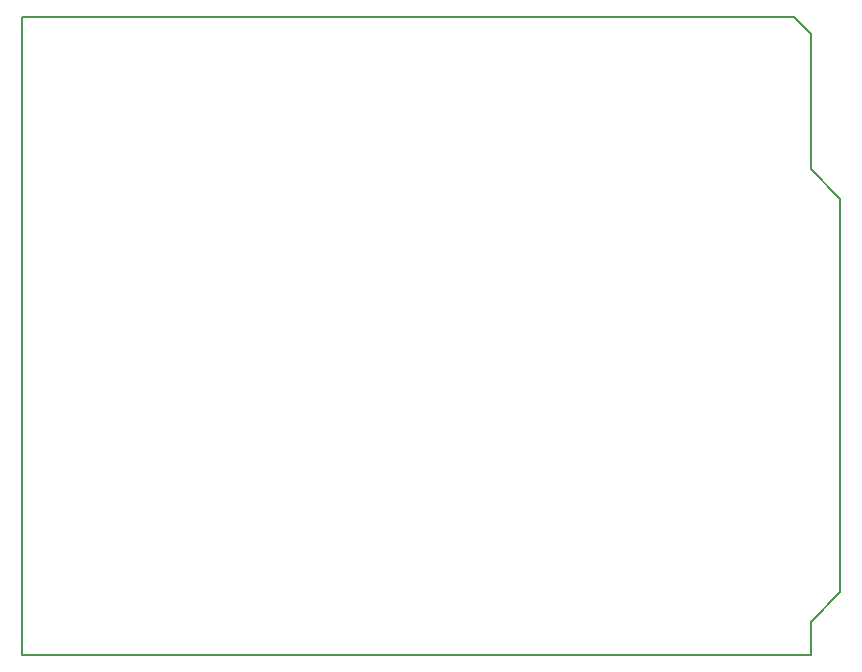
<source format=gbr>
G04 #@! TF.GenerationSoftware,KiCad,Pcbnew,(5.0.0)*
G04 #@! TF.CreationDate,2018-10-02T09:48:17+02:00*
G04 #@! TF.ProjectId,ATtiny85_Arduino_programmer,415474696E7938355F41726475696E6F,rev?*
G04 #@! TF.SameCoordinates,Original*
G04 #@! TF.FileFunction,Profile,NP*
%FSLAX46Y46*%
G04 Gerber Fmt 4.6, Leading zero omitted, Abs format (unit mm)*
G04 Created by KiCad (PCBNEW (5.0.0)) date 10/02/18 09:48:17*
%MOMM*%
%LPD*%
G01*
G04 APERTURE LIST*
%ADD10C,0.200000*%
G04 APERTURE END LIST*
D10*
X191000000Y-45600000D02*
X125600000Y-45600000D01*
X192400000Y-47000000D02*
X191000000Y-45600000D01*
X192400000Y-58500000D02*
X192400000Y-47000000D01*
X194900000Y-61000000D02*
X192400000Y-58500000D01*
X194900000Y-94300000D02*
X194900000Y-61000000D01*
X192400000Y-96800000D02*
X194900000Y-94300000D01*
X192400000Y-99600000D02*
X192400000Y-96800000D01*
X125600000Y-99600000D02*
X192400000Y-99600000D01*
X125600000Y-45600000D02*
X125600000Y-99600000D01*
M02*

</source>
